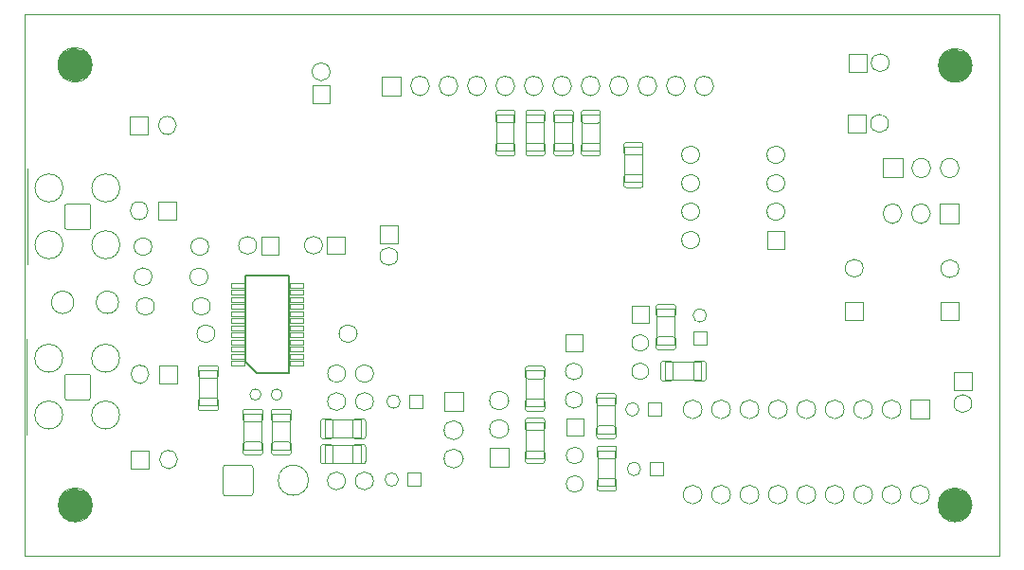
<source format=gbr>
%TF.GenerationSoftware,KiCad,Pcbnew,7.0.6*%
%TF.CreationDate,2023-09-03T13:44:34+00:00*%
%TF.ProjectId,SI4735,53493437-3335-42e6-9b69-6361645f7063,rev?*%
%TF.SameCoordinates,Original*%
%TF.FileFunction,AssemblyDrawing,Bot*%
%FSLAX45Y45*%
G04 Gerber Fmt 4.5, Leading zero omitted, Abs format (unit mm)*
G04 Created by KiCad (PCBNEW 7.0.6) date 2023-09-03 13:44:34*
%MOMM*%
%LPD*%
G01*
G04 APERTURE LIST*
%ADD10C,0.100000*%
%ADD11C,0.150000*%
%ADD12C,0.100000*%
%TD*%
%TA.AperFunction,Profile*%
%ADD13C,0.050000*%
%TD*%
%TA.AperFunction,Profile*%
%ADD14C,1.535132*%
%TD*%
%TA.AperFunction,Profile*%
%ADD15C,1.516643*%
%TD*%
%TA.AperFunction,Profile*%
%ADD16C,0.100000*%
%TD*%
G04 APERTURE END LIST*
D10*
%TO.C,C23*%
X14865000Y-11072500D02*
X14705000Y-11072500D01*
X14705000Y-11072500D02*
X14705000Y-11392500D01*
X14865000Y-11392500D02*
X14865000Y-11072500D01*
X14705000Y-11392500D02*
X14865000Y-11392500D01*
%TO.C,C24*%
X14611000Y-11072500D02*
X14451000Y-11072500D01*
X14451000Y-11072500D02*
X14451000Y-11392500D01*
X14611000Y-11392500D02*
X14611000Y-11072500D01*
X14451000Y-11392500D02*
X14611000Y-11392500D01*
%TO.C,R19*%
X15497750Y-11284500D02*
X15497750Y-11124500D01*
X15497750Y-11124500D02*
X15177750Y-11124500D01*
X15177750Y-11284500D02*
X15497750Y-11284500D01*
X15177750Y-11124500D02*
X15177750Y-11284500D01*
%TO.C,R21*%
X15497750Y-11509500D02*
X15497750Y-11349500D01*
X15497750Y-11349500D02*
X15177750Y-11349500D01*
X15177750Y-11509500D02*
X15497750Y-11509500D01*
X15177750Y-11349500D02*
X15177750Y-11509500D01*
D11*
%TO.C,U6*%
X14469000Y-9839000D02*
X14469000Y-10609000D01*
X14469000Y-10609000D02*
X14569000Y-10709000D01*
X14569000Y-10709000D02*
X14859000Y-10709000D01*
X14859000Y-9839000D02*
X14469000Y-9839000D01*
X14859000Y-10709000D02*
X14859000Y-9839000D01*
D10*
%TO.C,R10*%
X17229000Y-8719000D02*
X17389000Y-8719000D01*
X17389000Y-8719000D02*
X17389000Y-8399000D01*
X17229000Y-8399000D02*
X17229000Y-8719000D01*
X17389000Y-8399000D02*
X17229000Y-8399000D01*
%TO.C,R17*%
X14214000Y-10680750D02*
X14054000Y-10680750D01*
X14054000Y-10680750D02*
X14054000Y-11000750D01*
X14214000Y-11000750D02*
X14214000Y-10680750D01*
X14054000Y-11000750D02*
X14214000Y-11000750D01*
%TO.C,R15*%
X18219500Y-10608750D02*
X18219500Y-10768750D01*
X18219500Y-10768750D02*
X18539500Y-10768750D01*
X18539500Y-10608750D02*
X18219500Y-10608750D01*
X18539500Y-10768750D02*
X18539500Y-10608750D01*
%TO.C,R22*%
X17615000Y-11719750D02*
X17775000Y-11719750D01*
X17775000Y-11719750D02*
X17775000Y-11399750D01*
X17615000Y-11399750D02*
X17615000Y-11719750D01*
X17775000Y-11399750D02*
X17615000Y-11399750D01*
%TO.C,R13*%
X18013000Y-8683250D02*
X17853000Y-8683250D01*
X17853000Y-8683250D02*
X17853000Y-9003250D01*
X18013000Y-9003250D02*
X18013000Y-8683250D01*
X17853000Y-9003250D02*
X18013000Y-9003250D01*
%TO.C,R18*%
X17773000Y-10929000D02*
X17613000Y-10929000D01*
X17613000Y-10929000D02*
X17613000Y-11249000D01*
X17773000Y-11249000D02*
X17773000Y-10929000D01*
X17613000Y-11249000D02*
X17773000Y-11249000D01*
%TO.C,R12*%
X16709000Y-8719000D02*
X16869000Y-8719000D01*
X16869000Y-8719000D02*
X16869000Y-8399000D01*
X16709000Y-8399000D02*
X16709000Y-8719000D01*
X16869000Y-8399000D02*
X16709000Y-8399000D01*
%TO.C,R20*%
X17133000Y-11150500D02*
X16973000Y-11150500D01*
X16973000Y-11150500D02*
X16973000Y-11470500D01*
X17133000Y-11470500D02*
X17133000Y-11150500D01*
X16973000Y-11470500D02*
X17133000Y-11470500D01*
%TO.C,R11*%
X16979000Y-8717750D02*
X17139000Y-8717750D01*
X17139000Y-8717750D02*
X17139000Y-8397750D01*
X16979000Y-8397750D02*
X16979000Y-8717750D01*
X17139000Y-8397750D02*
X16979000Y-8397750D01*
%TO.C,R14*%
X18304000Y-10133000D02*
X18144000Y-10133000D01*
X18144000Y-10133000D02*
X18144000Y-10453000D01*
X18304000Y-10453000D02*
X18304000Y-10133000D01*
X18144000Y-10453000D02*
X18304000Y-10453000D01*
%TO.C,R9*%
X17471500Y-8720250D02*
X17631500Y-8720250D01*
X17631500Y-8720250D02*
X17631500Y-8400250D01*
X17471500Y-8400250D02*
X17471500Y-8720250D01*
X17631500Y-8400250D02*
X17471500Y-8400250D01*
%TO.C,R16*%
X16974000Y-11006500D02*
X17134000Y-11006500D01*
X17134000Y-11006500D02*
X17134000Y-10686500D01*
X16974000Y-10686500D02*
X16974000Y-11006500D01*
X17134000Y-10686500D02*
X16974000Y-10686500D01*
%TD*%
%TO.C,C8*%
X15198000Y-9486000D02*
X15198000Y-9646000D01*
X15358000Y-9646000D01*
X15358000Y-9486000D01*
X15198000Y-9486000D01*
X15158000Y-9566000D02*
G75*
G03*
X15158000Y-9566000I-80000J0D01*
G01*
%TD*%
%TO.C,C15*%
X15614000Y-10714000D02*
G75*
G03*
X15614000Y-10714000I-80000J0D01*
G01*
X15364000Y-10714000D02*
G75*
G03*
X15364000Y-10714000I-80000J0D01*
G01*
%TD*%
%TO.C,C10*%
X13634000Y-9848000D02*
G75*
G03*
X13634000Y-9848000I-80000J0D01*
G01*
X14134000Y-9848000D02*
G75*
G03*
X14134000Y-9848000I-80000J0D01*
G01*
%TD*%
%TO.C,C13*%
X13655000Y-10112500D02*
G75*
G03*
X13655000Y-10112500I-80000J0D01*
G01*
X14155000Y-10112500D02*
G75*
G03*
X14155000Y-10112500I-80000J0D01*
G01*
%TD*%
%TO.C,C7*%
X14609000Y-9488000D02*
X14609000Y-9648000D01*
X14769000Y-9648000D01*
X14769000Y-9488000D01*
X14609000Y-9488000D01*
X14569000Y-9568000D02*
G75*
G03*
X14569000Y-9568000I-80000J0D01*
G01*
%TD*%
%TO.C,C18*%
X15933000Y-10904000D02*
X15933000Y-11024000D01*
X16053000Y-11024000D01*
X16053000Y-10904000D01*
X15933000Y-10904000D01*
X15853000Y-10964000D02*
G75*
G03*
X15853000Y-10964000I-60000J0D01*
G01*
%TD*%
%TO.C,C22*%
X15916260Y-11601000D02*
X15916260Y-11721000D01*
X16036260Y-11721000D01*
X16036260Y-11601000D01*
X15916260Y-11601000D01*
X15836260Y-11661000D02*
G75*
G03*
X15836260Y-11661000I-60000J0D01*
G01*
%TD*%
%TO.C,C17*%
X15364000Y-10964000D02*
G75*
G03*
X15364000Y-10964000I-80000J0D01*
G01*
X15614000Y-10964000D02*
G75*
G03*
X15614000Y-10964000I-80000J0D01*
G01*
%TD*%
D12*
%TO.C,J3*%
D10*
X12873008Y-9423002D02*
X12865350Y-9421479D01*
X12858859Y-9417141D01*
X12854521Y-9410650D01*
X12852998Y-9402992D01*
X12852998Y-9213012D01*
X12854521Y-9205355D01*
X12858859Y-9198863D01*
X12865350Y-9194525D01*
X12873008Y-9193002D01*
X13062988Y-9193002D01*
X13070645Y-9194525D01*
X13077137Y-9198863D01*
X13081475Y-9205355D01*
X13082998Y-9213012D01*
X13082998Y-9402992D01*
X13081475Y-9410650D01*
X13077137Y-9417141D01*
X13070645Y-9421479D01*
X13062988Y-9423002D01*
X12873008Y-9423002D01*
X12838998Y-9562002D02*
G75*
G03*
X12838998Y-9562002I-125000J0D01*
G01*
X13346998Y-9562002D02*
G75*
G03*
X13346998Y-9562002I-125000J0D01*
G01*
X12838998Y-9054002D02*
G75*
G03*
X12838998Y-9054002I-125000J0D01*
G01*
X13346998Y-9054002D02*
G75*
G03*
X13346998Y-9054002I-125000J0D01*
G01*
%TD*%
%TO.C,Y1*%
X14609000Y-10901500D02*
G75*
G03*
X14609000Y-10901500I-50000J0D01*
G01*
X14799000Y-10901500D02*
G75*
G03*
X14799000Y-10901500I-50000J0D01*
G01*
%TD*%
%TO.C,C11*%
X19831000Y-10072000D02*
X19831000Y-10232000D01*
X19991000Y-10232000D01*
X19991000Y-10072000D01*
X19831000Y-10072000D01*
X19991000Y-9772000D02*
G75*
G03*
X19991000Y-9772000I-80000J0D01*
G01*
%TD*%
%TO.C,R7*%
X14196000Y-10357000D02*
G75*
G03*
X14196000Y-10357000I-80000J0D01*
G01*
X15306000Y-10357000D02*
X15306000Y-10357000D01*
X15306000Y-10357000D02*
G75*
G03*
X15466000Y-10357000I80000J0D01*
G01*
X15466000Y-10357000D02*
X15466000Y-10357000D01*
X15466000Y-10357000D02*
G75*
G03*
X15306000Y-10357000I-80000J0D01*
G01*
%TD*%
%TO.C,C19*%
X18067875Y-10974000D02*
X18067875Y-11094000D01*
X18187875Y-11094000D01*
X18187875Y-10974000D01*
X18067875Y-10974000D01*
X17987875Y-11034000D02*
G75*
G03*
X17987875Y-11034000I-60000J0D01*
G01*
%TD*%
%TO.C,D2*%
X13691500Y-9176500D02*
X13691500Y-9336500D01*
X13851500Y-9336500D01*
X13851500Y-9176500D01*
X13691500Y-9176500D01*
X13771500Y-8574500D02*
X13771500Y-8574500D01*
X13771500Y-8574500D02*
G75*
G03*
X13771500Y-8414500I0J80000D01*
G01*
X13771500Y-8414500D02*
X13771500Y-8414500D01*
X13771500Y-8414500D02*
G75*
G03*
X13771500Y-8574500I0J-80000D01*
G01*
%TD*%
%TO.C,J1*%
X15691000Y-8056000D02*
X15691000Y-8226000D01*
X15861000Y-8226000D01*
X15861000Y-8056000D01*
X15691000Y-8056000D01*
X16030000Y-8226000D02*
X16030000Y-8226000D01*
X16030000Y-8226000D02*
G75*
G03*
X16030000Y-8056000I0J85000D01*
G01*
X16030000Y-8056000D02*
X16030000Y-8056000D01*
X16030000Y-8056000D02*
G75*
G03*
X16030000Y-8226000I0J-85000D01*
G01*
X16284000Y-8226000D02*
X16284000Y-8226000D01*
X16284000Y-8226000D02*
G75*
G03*
X16284000Y-8056000I0J85000D01*
G01*
X16284000Y-8056000D02*
X16284000Y-8056000D01*
X16284000Y-8056000D02*
G75*
G03*
X16284000Y-8226000I0J-85000D01*
G01*
X16538000Y-8226000D02*
X16538000Y-8226000D01*
X16538000Y-8226000D02*
G75*
G03*
X16538000Y-8056000I0J85000D01*
G01*
X16538000Y-8056000D02*
X16538000Y-8056000D01*
X16538000Y-8056000D02*
G75*
G03*
X16538000Y-8226000I0J-85000D01*
G01*
X16792000Y-8226000D02*
X16792000Y-8226000D01*
X16792000Y-8226000D02*
G75*
G03*
X16792000Y-8056000I0J85000D01*
G01*
X16792000Y-8056000D02*
X16792000Y-8056000D01*
X16792000Y-8056000D02*
G75*
G03*
X16792000Y-8226000I0J-85000D01*
G01*
X17046000Y-8226000D02*
X17046000Y-8226000D01*
X17046000Y-8226000D02*
G75*
G03*
X17046000Y-8056000I0J85000D01*
G01*
X17046000Y-8056000D02*
X17046000Y-8056000D01*
X17046000Y-8056000D02*
G75*
G03*
X17046000Y-8226000I0J-85000D01*
G01*
X17300000Y-8226000D02*
X17300000Y-8226000D01*
X17300000Y-8226000D02*
G75*
G03*
X17300000Y-8056000I0J85000D01*
G01*
X17300000Y-8056000D02*
X17300000Y-8056000D01*
X17300000Y-8056000D02*
G75*
G03*
X17300000Y-8226000I0J-85000D01*
G01*
X17554000Y-8226000D02*
X17554000Y-8226000D01*
X17554000Y-8226000D02*
G75*
G03*
X17554000Y-8056000I0J85000D01*
G01*
X17554000Y-8056000D02*
X17554000Y-8056000D01*
X17554000Y-8056000D02*
G75*
G03*
X17554000Y-8226000I0J-85000D01*
G01*
X17808000Y-8226000D02*
X17808000Y-8226000D01*
X17808000Y-8226000D02*
G75*
G03*
X17808000Y-8056000I0J85000D01*
G01*
X17808000Y-8056000D02*
X17808000Y-8056000D01*
X17808000Y-8056000D02*
G75*
G03*
X17808000Y-8226000I0J-85000D01*
G01*
X18062000Y-8226000D02*
X18062000Y-8226000D01*
X18062000Y-8226000D02*
G75*
G03*
X18062000Y-8056000I0J85000D01*
G01*
X18062000Y-8056000D02*
X18062000Y-8056000D01*
X18062000Y-8056000D02*
G75*
G03*
X18062000Y-8226000I0J-85000D01*
G01*
X18316000Y-8226000D02*
X18316000Y-8226000D01*
X18316000Y-8226000D02*
G75*
G03*
X18316000Y-8056000I0J85000D01*
G01*
X18316000Y-8056000D02*
X18316000Y-8056000D01*
X18316000Y-8056000D02*
G75*
G03*
X18316000Y-8226000I0J-85000D01*
G01*
X18570000Y-8226000D02*
X18570000Y-8226000D01*
X18570000Y-8226000D02*
G75*
G03*
X18570000Y-8056000I0J85000D01*
G01*
X18570000Y-8056000D02*
X18570000Y-8056000D01*
X18570000Y-8056000D02*
G75*
G03*
X18570000Y-8226000I0J-85000D01*
G01*
%TD*%
%TO.C,Q2*%
X17330000Y-10365750D02*
X17330000Y-10515750D01*
X17480000Y-10515750D01*
X17480000Y-10365750D01*
X17330000Y-10365750D01*
X17480000Y-10694750D02*
G75*
G03*
X17480000Y-10694750I-75000J0D01*
G01*
X17480000Y-10948750D02*
G75*
G03*
X17480000Y-10948750I-75000J0D01*
G01*
%TD*%
%TO.C,C21*%
X15363000Y-11674000D02*
G75*
G03*
X15363000Y-11674000I-80000J0D01*
G01*
X15613000Y-11674000D02*
G75*
G03*
X15613000Y-11674000I-80000J0D01*
G01*
%TD*%
%TO.C,C2*%
X15066000Y-8135000D02*
X15066000Y-8295000D01*
X15226000Y-8295000D01*
X15226000Y-8135000D01*
X15066000Y-8135000D01*
X15226000Y-8015000D02*
G75*
G03*
X15226000Y-8015000I-80000J0D01*
G01*
%TD*%
%TO.C,C3*%
X19857000Y-8397000D02*
X19857000Y-8557000D01*
X20017000Y-8557000D01*
X20017000Y-8397000D01*
X19857000Y-8397000D01*
X20217000Y-8477000D02*
G75*
G03*
X20217000Y-8477000I-80000J0D01*
G01*
%TD*%
%TO.C,L1*%
X13634000Y-9579000D02*
G75*
G03*
X13634000Y-9579000I-80000J0D01*
G01*
X13982000Y-9579000D02*
X13982000Y-9579000D01*
X13982000Y-9579000D02*
G75*
G03*
X14142000Y-9579000I80000J0D01*
G01*
X14142000Y-9579000D02*
X14142000Y-9579000D01*
X14142000Y-9579000D02*
G75*
G03*
X13982000Y-9579000I-80000J0D01*
G01*
%TD*%
%TO.C,Q3*%
X17338000Y-11117750D02*
X17338000Y-11267750D01*
X17488000Y-11267750D01*
X17488000Y-11117750D01*
X17338000Y-11117750D01*
X17488000Y-11446750D02*
G75*
G03*
X17488000Y-11446750I-75000J0D01*
G01*
X17488000Y-11700750D02*
G75*
G03*
X17488000Y-11700750I-75000J0D01*
G01*
%TD*%
%TO.C,D4*%
X13446998Y-11401002D02*
X13446998Y-11561002D01*
X13606998Y-11561002D01*
X13606998Y-11401002D01*
X13446998Y-11401002D01*
X13526998Y-10799002D02*
X13526998Y-10799002D01*
X13526998Y-10799002D02*
G75*
G03*
X13526998Y-10639002I0J80000D01*
G01*
X13526998Y-10639002D02*
X13526998Y-10639002D01*
X13526998Y-10639002D02*
G75*
G03*
X13526998Y-10799002I0J-80000D01*
G01*
%TD*%
D12*
%TO.C,J8*%
D10*
X14262660Y-11557340D02*
X14264563Y-11547773D01*
X14269982Y-11539662D01*
X14278093Y-11534243D01*
X14287660Y-11532340D01*
X14507660Y-11532340D01*
X14517227Y-11534243D01*
X14525338Y-11539662D01*
X14530757Y-11547773D01*
X14532660Y-11557340D01*
X14532660Y-11777340D01*
X14530757Y-11786907D01*
X14525338Y-11795018D01*
X14517227Y-11800437D01*
X14507660Y-11802340D01*
X14287660Y-11802340D01*
X14278093Y-11800437D01*
X14269982Y-11795018D01*
X14264563Y-11786907D01*
X14262660Y-11777340D01*
X14262660Y-11557340D01*
X15032660Y-11667340D02*
G75*
G03*
X15032660Y-11667340I-135000J0D01*
G01*
%TD*%
%TO.C,C1*%
X19863000Y-7854000D02*
X19863000Y-8014000D01*
X20023000Y-8014000D01*
X20023000Y-7854000D01*
X19863000Y-7854000D01*
X20223000Y-7934000D02*
G75*
G03*
X20223000Y-7934000I-80000J0D01*
G01*
%TD*%
%TO.C,J6*%
X16244000Y-10881500D02*
X16244000Y-11051500D01*
X16414000Y-11051500D01*
X16414000Y-10881500D01*
X16244000Y-10881500D01*
X16244000Y-11220500D02*
X16244000Y-11220500D01*
X16244000Y-11220500D02*
G75*
G03*
X16414000Y-11220500I85000J0D01*
G01*
X16414000Y-11220500D02*
X16414000Y-11220500D01*
X16414000Y-11220500D02*
G75*
G03*
X16244000Y-11220500I-85000J0D01*
G01*
X16244000Y-11474500D02*
X16244000Y-11474500D01*
X16244000Y-11474500D02*
G75*
G03*
X16414000Y-11474500I85000J0D01*
G01*
X16414000Y-11474500D02*
X16414000Y-11474500D01*
X16414000Y-11474500D02*
G75*
G03*
X16244000Y-11474500I-85000J0D01*
G01*
%TD*%
%TO.C,C5*%
X15671000Y-9386000D02*
X15671000Y-9546000D01*
X15831000Y-9546000D01*
X15831000Y-9386000D01*
X15671000Y-9386000D01*
X15831000Y-9666000D02*
G75*
G03*
X15831000Y-9666000I-80000J0D01*
G01*
%TD*%
%TO.C,J2*%
X20171000Y-8790470D02*
X20171000Y-8960470D01*
X20341000Y-8960470D01*
X20341000Y-8790470D01*
X20171000Y-8790470D01*
X20510000Y-8960470D02*
X20510000Y-8960470D01*
X20510000Y-8960470D02*
G75*
G03*
X20510000Y-8790470I0J85000D01*
G01*
X20510000Y-8790470D02*
X20510000Y-8790470D01*
X20510000Y-8790470D02*
G75*
G03*
X20510000Y-8960470I0J-85000D01*
G01*
X20764000Y-8960470D02*
X20764000Y-8960470D01*
X20764000Y-8960470D02*
G75*
G03*
X20764000Y-8790470I0J85000D01*
G01*
X20764000Y-8790470D02*
X20764000Y-8790470D01*
X20764000Y-8790470D02*
G75*
G03*
X20764000Y-8960470I0J-85000D01*
G01*
%TD*%
%TO.C,C16*%
X20802000Y-10702489D02*
X20802000Y-10862489D01*
X20962000Y-10862489D01*
X20962000Y-10702489D01*
X20802000Y-10702489D01*
X20962000Y-10982489D02*
G75*
G03*
X20962000Y-10982489I-80000J0D01*
G01*
%TD*%
%TO.C,D1*%
X13439000Y-8414500D02*
X13439000Y-8574500D01*
X13599000Y-8574500D01*
X13599000Y-8414500D01*
X13439000Y-8414500D01*
X13519000Y-9176500D02*
X13519000Y-9176500D01*
X13519000Y-9176500D02*
G75*
G03*
X13519000Y-9336500I0J-80000D01*
G01*
X13519000Y-9336500D02*
X13519000Y-9336500D01*
X13519000Y-9336500D02*
G75*
G03*
X13519000Y-9176500I0J80000D01*
G01*
%TD*%
%TO.C,L2*%
X13336000Y-10077000D02*
G75*
G03*
X13336000Y-10077000I-100000J0D01*
G01*
X12936000Y-10077000D02*
G75*
G03*
X12936000Y-10077000I-100000J0D01*
G01*
%TD*%
%TO.C,U5*%
X20415055Y-10950180D02*
X20415055Y-11117820D01*
X20582695Y-11117820D01*
X20582695Y-10950180D01*
X20415055Y-10950180D01*
X20328695Y-11034000D02*
G75*
G03*
X20328695Y-11034000I-83820J0D01*
G01*
X20074695Y-11034000D02*
G75*
G03*
X20074695Y-11034000I-83820J0D01*
G01*
X19820695Y-11034000D02*
G75*
G03*
X19820695Y-11034000I-83820J0D01*
G01*
X19566695Y-11034000D02*
G75*
G03*
X19566695Y-11034000I-83820J0D01*
G01*
X19312695Y-11034000D02*
G75*
G03*
X19312695Y-11034000I-83820J0D01*
G01*
X19058695Y-11034000D02*
G75*
G03*
X19058695Y-11034000I-83820J0D01*
G01*
X18804695Y-11034000D02*
G75*
G03*
X18804695Y-11034000I-83820J0D01*
G01*
X18550695Y-11034000D02*
G75*
G03*
X18550695Y-11034000I-83820J0D01*
G01*
X18550695Y-11796000D02*
G75*
G03*
X18550695Y-11796000I-83820J0D01*
G01*
X18804695Y-11796000D02*
G75*
G03*
X18804695Y-11796000I-83820J0D01*
G01*
X19058695Y-11796000D02*
G75*
G03*
X19058695Y-11796000I-83820J0D01*
G01*
X19312695Y-11796000D02*
G75*
G03*
X19312695Y-11796000I-83820J0D01*
G01*
X19566695Y-11796000D02*
G75*
G03*
X19566695Y-11796000I-83820J0D01*
G01*
X19820695Y-11796000D02*
G75*
G03*
X19820695Y-11796000I-83820J0D01*
G01*
X20074695Y-11796000D02*
G75*
G03*
X20074695Y-11796000I-83820J0D01*
G01*
X20328695Y-11796000D02*
G75*
G03*
X20328695Y-11796000I-83820J0D01*
G01*
X20582695Y-11796000D02*
G75*
G03*
X20582695Y-11796000I-83820J0D01*
G01*
%TD*%
%TO.C,C12*%
X20686000Y-10076000D02*
X20686000Y-10236000D01*
X20846000Y-10236000D01*
X20846000Y-10076000D01*
X20686000Y-10076000D01*
X20846000Y-9776000D02*
G75*
G03*
X20846000Y-9776000I-80000J0D01*
G01*
%TD*%
%TO.C,J7*%
X16651000Y-11378000D02*
X16651000Y-11548000D01*
X16821000Y-11548000D01*
X16821000Y-11378000D01*
X16651000Y-11378000D01*
X16821000Y-11209000D02*
X16821000Y-11209000D01*
X16821000Y-11209000D02*
G75*
G03*
X16651000Y-11209000I-85000J0D01*
G01*
X16651000Y-11209000D02*
X16651000Y-11209000D01*
X16651000Y-11209000D02*
G75*
G03*
X16821000Y-11209000I85000J0D01*
G01*
X16821000Y-10955000D02*
X16821000Y-10955000D01*
X16821000Y-10955000D02*
G75*
G03*
X16651000Y-10955000I-85000J0D01*
G01*
X16651000Y-10955000D02*
X16651000Y-10955000D01*
X16651000Y-10955000D02*
G75*
G03*
X16821000Y-10955000I85000J0D01*
G01*
%TD*%
%TO.C,J4*%
X20675500Y-9197970D02*
X20675500Y-9367970D01*
X20845500Y-9367970D01*
X20845500Y-9197970D01*
X20675500Y-9197970D01*
X20506500Y-9197970D02*
X20506500Y-9197970D01*
X20506500Y-9197970D02*
G75*
G03*
X20506500Y-9367970I0J-85000D01*
G01*
X20506500Y-9367970D02*
X20506500Y-9367970D01*
X20506500Y-9367970D02*
G75*
G03*
X20506500Y-9197970I0J85000D01*
G01*
X20252500Y-9197970D02*
X20252500Y-9197970D01*
X20252500Y-9197970D02*
G75*
G03*
X20252500Y-9367970I0J-85000D01*
G01*
X20252500Y-9367970D02*
X20252500Y-9367970D01*
X20252500Y-9367970D02*
G75*
G03*
X20252500Y-9197970I0J85000D01*
G01*
%TD*%
%TO.C,C14*%
X18471000Y-10333750D02*
X18471000Y-10453750D01*
X18591000Y-10453750D01*
X18591000Y-10333750D01*
X18471000Y-10333750D01*
X18591000Y-10193750D02*
G75*
G03*
X18591000Y-10193750I-60000J0D01*
G01*
%TD*%
%TO.C,U4*%
X19130500Y-9440000D02*
X19130500Y-9600000D01*
X19290500Y-9600000D01*
X19290500Y-9440000D01*
X19130500Y-9440000D01*
X19290500Y-9266000D02*
X19290500Y-9266000D01*
X19290500Y-9266000D02*
G75*
G03*
X19130500Y-9266000I-80000J0D01*
G01*
X19130500Y-9266000D02*
X19130500Y-9266000D01*
X19130500Y-9266000D02*
G75*
G03*
X19290500Y-9266000I80000J0D01*
G01*
X19290500Y-9012000D02*
X19290500Y-9012000D01*
X19290500Y-9012000D02*
G75*
G03*
X19130500Y-9012000I-80000J0D01*
G01*
X19130500Y-9012000D02*
X19130500Y-9012000D01*
X19130500Y-9012000D02*
G75*
G03*
X19290500Y-9012000I80000J0D01*
G01*
X19290500Y-8758000D02*
X19290500Y-8758000D01*
X19290500Y-8758000D02*
G75*
G03*
X19130500Y-8758000I-80000J0D01*
G01*
X19130500Y-8758000D02*
X19130500Y-8758000D01*
X19130500Y-8758000D02*
G75*
G03*
X19290500Y-8758000I80000J0D01*
G01*
X18528500Y-8758000D02*
X18528500Y-8758000D01*
X18528500Y-8758000D02*
G75*
G03*
X18368500Y-8758000I-80000J0D01*
G01*
X18368500Y-8758000D02*
X18368500Y-8758000D01*
X18368500Y-8758000D02*
G75*
G03*
X18528500Y-8758000I80000J0D01*
G01*
X18528500Y-9012000D02*
X18528500Y-9012000D01*
X18528500Y-9012000D02*
G75*
G03*
X18368500Y-9012000I-80000J0D01*
G01*
X18368500Y-9012000D02*
X18368500Y-9012000D01*
X18368500Y-9012000D02*
G75*
G03*
X18528500Y-9012000I80000J0D01*
G01*
X18528500Y-9266000D02*
X18528500Y-9266000D01*
X18528500Y-9266000D02*
G75*
G03*
X18368500Y-9266000I-80000J0D01*
G01*
X18368500Y-9266000D02*
X18368500Y-9266000D01*
X18368500Y-9266000D02*
G75*
G03*
X18528500Y-9266000I80000J0D01*
G01*
X18528500Y-9520000D02*
X18528500Y-9520000D01*
X18528500Y-9520000D02*
G75*
G03*
X18368500Y-9520000I-80000J0D01*
G01*
X18368500Y-9520000D02*
X18368500Y-9520000D01*
X18368500Y-9520000D02*
G75*
G03*
X18528500Y-9520000I80000J0D01*
G01*
%TD*%
D12*
%TO.C,J5*%
D10*
X12870510Y-10945500D02*
X12862852Y-10943977D01*
X12856361Y-10939639D01*
X12852023Y-10933148D01*
X12850500Y-10925490D01*
X12850500Y-10735510D01*
X12852023Y-10727853D01*
X12856361Y-10721361D01*
X12862852Y-10717023D01*
X12870510Y-10715500D01*
X13060490Y-10715500D01*
X13068147Y-10717023D01*
X13074639Y-10721361D01*
X13078977Y-10727853D01*
X13080500Y-10735510D01*
X13080500Y-10925490D01*
X13078977Y-10933148D01*
X13074639Y-10939639D01*
X13068147Y-10943977D01*
X13060490Y-10945500D01*
X12870510Y-10945500D01*
X12836500Y-11084500D02*
G75*
G03*
X12836500Y-11084500I-125000J0D01*
G01*
X13344500Y-11084500D02*
G75*
G03*
X13344500Y-11084500I-125000J0D01*
G01*
X12836500Y-10576500D02*
G75*
G03*
X12836500Y-10576500I-125000J0D01*
G01*
X13344500Y-10576500D02*
G75*
G03*
X13344500Y-10576500I-125000J0D01*
G01*
%TD*%
%TO.C,Q1*%
X17923000Y-10110750D02*
X17923000Y-10260750D01*
X18073000Y-10260750D01*
X18073000Y-10110750D01*
X17923000Y-10110750D01*
X18073000Y-10439750D02*
G75*
G03*
X18073000Y-10439750I-75000J0D01*
G01*
X18073000Y-10693750D02*
G75*
G03*
X18073000Y-10693750I-75000J0D01*
G01*
%TD*%
%TO.C,C20*%
X18081875Y-11506000D02*
X18081875Y-11626000D01*
X18201875Y-11626000D01*
X18201875Y-11506000D01*
X18081875Y-11506000D01*
X18001875Y-11566000D02*
G75*
G03*
X18001875Y-11566000I-60000J0D01*
G01*
%TD*%
%TO.C,D3*%
X13701998Y-10639002D02*
X13701998Y-10799002D01*
X13861998Y-10799002D01*
X13861998Y-10639002D01*
X13701998Y-10639002D01*
X13781998Y-11401002D02*
X13781998Y-11401002D01*
X13781998Y-11401002D02*
G75*
G03*
X13781998Y-11561002I0J-80000D01*
G01*
X13781998Y-11561002D02*
X13781998Y-11561002D01*
X13781998Y-11561002D02*
G75*
G03*
X13781998Y-11401002I0J80000D01*
G01*
%TD*%
D12*
%TO.C,C23*%
D10*
X14850000Y-11027500D02*
X14859567Y-11029403D01*
X14867678Y-11034822D01*
X14873097Y-11042933D01*
X14875000Y-11052500D01*
X14875000Y-11117500D01*
X14873097Y-11127067D01*
X14867678Y-11135178D01*
X14859567Y-11140597D01*
X14850000Y-11142500D01*
X14720000Y-11142500D01*
X14710433Y-11140597D01*
X14702322Y-11135178D01*
X14696903Y-11127067D01*
X14695000Y-11117500D01*
X14695000Y-11052500D01*
X14696903Y-11042933D01*
X14702322Y-11034822D01*
X14710433Y-11029403D01*
X14720000Y-11027500D01*
X14850000Y-11027500D01*
D12*
D10*
X14850000Y-11322500D02*
X14859567Y-11324403D01*
X14867678Y-11329822D01*
X14873097Y-11337933D01*
X14875000Y-11347500D01*
X14875000Y-11412500D01*
X14873097Y-11422067D01*
X14867678Y-11430178D01*
X14859567Y-11435597D01*
X14850000Y-11437500D01*
X14720000Y-11437500D01*
X14710433Y-11435597D01*
X14702322Y-11430178D01*
X14696903Y-11422067D01*
X14695000Y-11412500D01*
X14695000Y-11347500D01*
X14696903Y-11337933D01*
X14702322Y-11329822D01*
X14710433Y-11324403D01*
X14720000Y-11322500D01*
X14850000Y-11322500D01*
%TD*%
D12*
%TO.C,C24*%
D10*
X14596000Y-11027500D02*
X14605567Y-11029403D01*
X14613678Y-11034822D01*
X14619097Y-11042933D01*
X14621000Y-11052500D01*
X14621000Y-11117500D01*
X14619097Y-11127067D01*
X14613678Y-11135178D01*
X14605567Y-11140597D01*
X14596000Y-11142500D01*
X14466000Y-11142500D01*
X14456433Y-11140597D01*
X14448322Y-11135178D01*
X14442903Y-11127067D01*
X14441000Y-11117500D01*
X14441000Y-11052500D01*
X14442903Y-11042933D01*
X14448322Y-11034822D01*
X14456433Y-11029403D01*
X14466000Y-11027500D01*
X14596000Y-11027500D01*
D12*
D10*
X14596000Y-11322500D02*
X14605567Y-11324403D01*
X14613678Y-11329822D01*
X14619097Y-11337933D01*
X14621000Y-11347500D01*
X14621000Y-11412500D01*
X14619097Y-11422067D01*
X14613678Y-11430178D01*
X14605567Y-11435597D01*
X14596000Y-11437500D01*
X14466000Y-11437500D01*
X14456433Y-11435597D01*
X14448322Y-11430178D01*
X14442903Y-11422067D01*
X14441000Y-11412500D01*
X14441000Y-11347500D01*
X14442903Y-11337933D01*
X14448322Y-11329822D01*
X14456433Y-11324403D01*
X14466000Y-11322500D01*
X14596000Y-11322500D01*
%TD*%
D12*
%TO.C,R19*%
D10*
X15540250Y-11267000D02*
X15538347Y-11276567D01*
X15532928Y-11284678D01*
X15524817Y-11290097D01*
X15515250Y-11292000D01*
X15452750Y-11292000D01*
X15443183Y-11290097D01*
X15435072Y-11284678D01*
X15429653Y-11276567D01*
X15427750Y-11267000D01*
X15427750Y-11142000D01*
X15429653Y-11132433D01*
X15435072Y-11124322D01*
X15443183Y-11118903D01*
X15452750Y-11117000D01*
X15515250Y-11117000D01*
X15524817Y-11118903D01*
X15532928Y-11124322D01*
X15538347Y-11132433D01*
X15540250Y-11142000D01*
X15540250Y-11267000D01*
D12*
D10*
X15247750Y-11267000D02*
X15245847Y-11276567D01*
X15240428Y-11284678D01*
X15232317Y-11290097D01*
X15222750Y-11292000D01*
X15160250Y-11292000D01*
X15150683Y-11290097D01*
X15142572Y-11284678D01*
X15137153Y-11276567D01*
X15135250Y-11267000D01*
X15135250Y-11142000D01*
X15137153Y-11132433D01*
X15142572Y-11124322D01*
X15150683Y-11118903D01*
X15160250Y-11117000D01*
X15222750Y-11117000D01*
X15232317Y-11118903D01*
X15240428Y-11124322D01*
X15245847Y-11132433D01*
X15247750Y-11142000D01*
X15247750Y-11267000D01*
%TD*%
D12*
%TO.C,R21*%
D10*
X15540250Y-11492000D02*
X15538347Y-11501567D01*
X15532928Y-11509678D01*
X15524817Y-11515097D01*
X15515250Y-11517000D01*
X15452750Y-11517000D01*
X15443183Y-11515097D01*
X15435072Y-11509678D01*
X15429653Y-11501567D01*
X15427750Y-11492000D01*
X15427750Y-11367000D01*
X15429653Y-11357433D01*
X15435072Y-11349322D01*
X15443183Y-11343903D01*
X15452750Y-11342000D01*
X15515250Y-11342000D01*
X15524817Y-11343903D01*
X15532928Y-11349322D01*
X15538347Y-11357433D01*
X15540250Y-11367000D01*
X15540250Y-11492000D01*
D12*
D10*
X15247750Y-11492000D02*
X15245847Y-11501567D01*
X15240428Y-11509678D01*
X15232317Y-11515097D01*
X15222750Y-11517000D01*
X15160250Y-11517000D01*
X15150683Y-11515097D01*
X15142572Y-11509678D01*
X15137153Y-11501567D01*
X15135250Y-11492000D01*
X15135250Y-11367000D01*
X15137153Y-11357433D01*
X15142572Y-11349322D01*
X15150683Y-11343903D01*
X15160250Y-11342000D01*
X15222750Y-11342000D01*
X15232317Y-11343903D01*
X15240428Y-11349322D01*
X15245847Y-11357433D01*
X15247750Y-11367000D01*
X15247750Y-11492000D01*
%TD*%
%TO.C,U6*%
X14344000Y-10603250D02*
X14344000Y-10643250D01*
X14464000Y-10643250D01*
X14464000Y-10603250D01*
X14344000Y-10603250D01*
X14344000Y-10539750D02*
X14344000Y-10579750D01*
X14464000Y-10579750D01*
X14464000Y-10539750D01*
X14344000Y-10539750D01*
X14344000Y-10476250D02*
X14344000Y-10516250D01*
X14464000Y-10516250D01*
X14464000Y-10476250D01*
X14344000Y-10476250D01*
X14344000Y-10412750D02*
X14344000Y-10452750D01*
X14464000Y-10452750D01*
X14464000Y-10412750D01*
X14344000Y-10412750D01*
X14344000Y-10349250D02*
X14344000Y-10389250D01*
X14464000Y-10389250D01*
X14464000Y-10349250D01*
X14344000Y-10349250D01*
X14344000Y-10285750D02*
X14344000Y-10325750D01*
X14464000Y-10325750D01*
X14464000Y-10285750D01*
X14344000Y-10285750D01*
X14344000Y-10222250D02*
X14344000Y-10262250D01*
X14464000Y-10262250D01*
X14464000Y-10222250D01*
X14344000Y-10222250D01*
X14344000Y-10158750D02*
X14344000Y-10198750D01*
X14464000Y-10198750D01*
X14464000Y-10158750D01*
X14344000Y-10158750D01*
X14344000Y-10095250D02*
X14344000Y-10135250D01*
X14464000Y-10135250D01*
X14464000Y-10095250D01*
X14344000Y-10095250D01*
X14344000Y-10031750D02*
X14344000Y-10071750D01*
X14464000Y-10071750D01*
X14464000Y-10031750D01*
X14344000Y-10031750D01*
X14344000Y-9968250D02*
X14344000Y-10008250D01*
X14464000Y-10008250D01*
X14464000Y-9968250D01*
X14344000Y-9968250D01*
X14344000Y-9904750D02*
X14344000Y-9944750D01*
X14464000Y-9944750D01*
X14464000Y-9904750D01*
X14344000Y-9904750D01*
X14864000Y-9904750D02*
X14864000Y-9944750D01*
X14984000Y-9944750D01*
X14984000Y-9904750D01*
X14864000Y-9904750D01*
X14864000Y-9968250D02*
X14864000Y-10008250D01*
X14984000Y-10008250D01*
X14984000Y-9968250D01*
X14864000Y-9968250D01*
X14864000Y-10031750D02*
X14864000Y-10071750D01*
X14984000Y-10071750D01*
X14984000Y-10031750D01*
X14864000Y-10031750D01*
X14864000Y-10095250D02*
X14864000Y-10135250D01*
X14984000Y-10135250D01*
X14984000Y-10095250D01*
X14864000Y-10095250D01*
X14864000Y-10158750D02*
X14864000Y-10198750D01*
X14984000Y-10198750D01*
X14984000Y-10158750D01*
X14864000Y-10158750D01*
X14864000Y-10222250D02*
X14864000Y-10262250D01*
X14984000Y-10262250D01*
X14984000Y-10222250D01*
X14864000Y-10222250D01*
X14864000Y-10285750D02*
X14864000Y-10325750D01*
X14984000Y-10325750D01*
X14984000Y-10285750D01*
X14864000Y-10285750D01*
X14864000Y-10349250D02*
X14864000Y-10389250D01*
X14984000Y-10389250D01*
X14984000Y-10349250D01*
X14864000Y-10349250D01*
X14864000Y-10412750D02*
X14864000Y-10452750D01*
X14984000Y-10452750D01*
X14984000Y-10412750D01*
X14864000Y-10412750D01*
X14864000Y-10476250D02*
X14864000Y-10516250D01*
X14984000Y-10516250D01*
X14984000Y-10476250D01*
X14864000Y-10476250D01*
X14864000Y-10539750D02*
X14864000Y-10579750D01*
X14984000Y-10579750D01*
X14984000Y-10539750D01*
X14864000Y-10539750D01*
X14864000Y-10603250D02*
X14864000Y-10643250D01*
X14984000Y-10643250D01*
X14984000Y-10603250D01*
X14864000Y-10603250D01*
%TD*%
D12*
%TO.C,R10*%
D10*
X17246500Y-8761500D02*
X17236933Y-8759597D01*
X17228822Y-8754178D01*
X17223403Y-8746067D01*
X17221500Y-8736500D01*
X17221500Y-8674000D01*
X17223403Y-8664433D01*
X17228822Y-8656322D01*
X17236933Y-8650903D01*
X17246500Y-8649000D01*
X17371500Y-8649000D01*
X17381067Y-8650903D01*
X17389178Y-8656322D01*
X17394597Y-8664433D01*
X17396500Y-8674000D01*
X17396500Y-8736500D01*
X17394597Y-8746067D01*
X17389178Y-8754178D01*
X17381067Y-8759597D01*
X17371500Y-8761500D01*
X17246500Y-8761500D01*
D12*
D10*
X17246500Y-8469000D02*
X17236933Y-8467097D01*
X17228822Y-8461678D01*
X17223403Y-8453567D01*
X17221500Y-8444000D01*
X17221500Y-8381500D01*
X17223403Y-8371933D01*
X17228822Y-8363822D01*
X17236933Y-8358403D01*
X17246500Y-8356500D01*
X17371500Y-8356500D01*
X17381067Y-8358403D01*
X17389178Y-8363822D01*
X17394597Y-8371933D01*
X17396500Y-8381500D01*
X17396500Y-8444000D01*
X17394597Y-8453567D01*
X17389178Y-8461678D01*
X17381067Y-8467097D01*
X17371500Y-8469000D01*
X17246500Y-8469000D01*
%TD*%
D12*
%TO.C,R17*%
D10*
X14196500Y-10638250D02*
X14206067Y-10640153D01*
X14214178Y-10645572D01*
X14219597Y-10653683D01*
X14221500Y-10663250D01*
X14221500Y-10725750D01*
X14219597Y-10735317D01*
X14214178Y-10743428D01*
X14206067Y-10748847D01*
X14196500Y-10750750D01*
X14071500Y-10750750D01*
X14061933Y-10748847D01*
X14053822Y-10743428D01*
X14048403Y-10735317D01*
X14046500Y-10725750D01*
X14046500Y-10663250D01*
X14048403Y-10653683D01*
X14053822Y-10645572D01*
X14061933Y-10640153D01*
X14071500Y-10638250D01*
X14196500Y-10638250D01*
D12*
D10*
X14196500Y-10930750D02*
X14206067Y-10932653D01*
X14214178Y-10938072D01*
X14219597Y-10946183D01*
X14221500Y-10955750D01*
X14221500Y-11018250D01*
X14219597Y-11027817D01*
X14214178Y-11035928D01*
X14206067Y-11041347D01*
X14196500Y-11043250D01*
X14071500Y-11043250D01*
X14061933Y-11041347D01*
X14053822Y-11035928D01*
X14048403Y-11027817D01*
X14046500Y-11018250D01*
X14046500Y-10955750D01*
X14048403Y-10946183D01*
X14053822Y-10938072D01*
X14061933Y-10932653D01*
X14071500Y-10930750D01*
X14196500Y-10930750D01*
%TD*%
D12*
%TO.C,R15*%
D10*
X18177000Y-10626250D02*
X18178903Y-10616683D01*
X18184322Y-10608572D01*
X18192433Y-10603153D01*
X18202000Y-10601250D01*
X18264500Y-10601250D01*
X18274067Y-10603153D01*
X18282178Y-10608572D01*
X18287597Y-10616683D01*
X18289500Y-10626250D01*
X18289500Y-10751250D01*
X18287597Y-10760817D01*
X18282178Y-10768928D01*
X18274067Y-10774347D01*
X18264500Y-10776250D01*
X18202000Y-10776250D01*
X18192433Y-10774347D01*
X18184322Y-10768928D01*
X18178903Y-10760817D01*
X18177000Y-10751250D01*
X18177000Y-10626250D01*
D12*
D10*
X18469500Y-10626250D02*
X18471403Y-10616683D01*
X18476822Y-10608572D01*
X18484933Y-10603153D01*
X18494500Y-10601250D01*
X18557000Y-10601250D01*
X18566567Y-10603153D01*
X18574678Y-10608572D01*
X18580097Y-10616683D01*
X18582000Y-10626250D01*
X18582000Y-10751250D01*
X18580097Y-10760817D01*
X18574678Y-10768928D01*
X18566567Y-10774347D01*
X18557000Y-10776250D01*
X18494500Y-10776250D01*
X18484933Y-10774347D01*
X18476822Y-10768928D01*
X18471403Y-10760817D01*
X18469500Y-10751250D01*
X18469500Y-10626250D01*
%TD*%
D12*
%TO.C,R22*%
D10*
X17632500Y-11762250D02*
X17622933Y-11760347D01*
X17614822Y-11754928D01*
X17609403Y-11746817D01*
X17607500Y-11737250D01*
X17607500Y-11674750D01*
X17609403Y-11665183D01*
X17614822Y-11657072D01*
X17622933Y-11651653D01*
X17632500Y-11649750D01*
X17757500Y-11649750D01*
X17767067Y-11651653D01*
X17775178Y-11657072D01*
X17780597Y-11665183D01*
X17782500Y-11674750D01*
X17782500Y-11737250D01*
X17780597Y-11746817D01*
X17775178Y-11754928D01*
X17767067Y-11760347D01*
X17757500Y-11762250D01*
X17632500Y-11762250D01*
D12*
D10*
X17632500Y-11469750D02*
X17622933Y-11467847D01*
X17614822Y-11462428D01*
X17609403Y-11454317D01*
X17607500Y-11444750D01*
X17607500Y-11382250D01*
X17609403Y-11372683D01*
X17614822Y-11364572D01*
X17622933Y-11359153D01*
X17632500Y-11357250D01*
X17757500Y-11357250D01*
X17767067Y-11359153D01*
X17775178Y-11364572D01*
X17780597Y-11372683D01*
X17782500Y-11382250D01*
X17782500Y-11444750D01*
X17780597Y-11454317D01*
X17775178Y-11462428D01*
X17767067Y-11467847D01*
X17757500Y-11469750D01*
X17632500Y-11469750D01*
%TD*%
D12*
%TO.C,R13*%
D10*
X17995500Y-8640750D02*
X18005067Y-8642653D01*
X18013178Y-8648072D01*
X18018597Y-8656183D01*
X18020500Y-8665750D01*
X18020500Y-8728250D01*
X18018597Y-8737817D01*
X18013178Y-8745928D01*
X18005067Y-8751347D01*
X17995500Y-8753250D01*
X17870500Y-8753250D01*
X17860933Y-8751347D01*
X17852822Y-8745928D01*
X17847403Y-8737817D01*
X17845500Y-8728250D01*
X17845500Y-8665750D01*
X17847403Y-8656183D01*
X17852822Y-8648072D01*
X17860933Y-8642653D01*
X17870500Y-8640750D01*
X17995500Y-8640750D01*
D12*
D10*
X17995500Y-8933250D02*
X18005067Y-8935153D01*
X18013178Y-8940572D01*
X18018597Y-8948683D01*
X18020500Y-8958250D01*
X18020500Y-9020750D01*
X18018597Y-9030317D01*
X18013178Y-9038428D01*
X18005067Y-9043847D01*
X17995500Y-9045750D01*
X17870500Y-9045750D01*
X17860933Y-9043847D01*
X17852822Y-9038428D01*
X17847403Y-9030317D01*
X17845500Y-9020750D01*
X17845500Y-8958250D01*
X17847403Y-8948683D01*
X17852822Y-8940572D01*
X17860933Y-8935153D01*
X17870500Y-8933250D01*
X17995500Y-8933250D01*
%TD*%
D12*
%TO.C,R18*%
D10*
X17755500Y-10886500D02*
X17765067Y-10888403D01*
X17773178Y-10893822D01*
X17778597Y-10901933D01*
X17780500Y-10911500D01*
X17780500Y-10974000D01*
X17778597Y-10983567D01*
X17773178Y-10991678D01*
X17765067Y-10997097D01*
X17755500Y-10999000D01*
X17630500Y-10999000D01*
X17620933Y-10997097D01*
X17612822Y-10991678D01*
X17607403Y-10983567D01*
X17605500Y-10974000D01*
X17605500Y-10911500D01*
X17607403Y-10901933D01*
X17612822Y-10893822D01*
X17620933Y-10888403D01*
X17630500Y-10886500D01*
X17755500Y-10886500D01*
D12*
D10*
X17755500Y-11179000D02*
X17765067Y-11180903D01*
X17773178Y-11186322D01*
X17778597Y-11194433D01*
X17780500Y-11204000D01*
X17780500Y-11266500D01*
X17778597Y-11276067D01*
X17773178Y-11284178D01*
X17765067Y-11289597D01*
X17755500Y-11291500D01*
X17630500Y-11291500D01*
X17620933Y-11289597D01*
X17612822Y-11284178D01*
X17607403Y-11276067D01*
X17605500Y-11266500D01*
X17605500Y-11204000D01*
X17607403Y-11194433D01*
X17612822Y-11186322D01*
X17620933Y-11180903D01*
X17630500Y-11179000D01*
X17755500Y-11179000D01*
%TD*%
D12*
%TO.C,R12*%
D10*
X16726500Y-8761500D02*
X16716933Y-8759597D01*
X16708822Y-8754178D01*
X16703403Y-8746067D01*
X16701500Y-8736500D01*
X16701500Y-8674000D01*
X16703403Y-8664433D01*
X16708822Y-8656322D01*
X16716933Y-8650903D01*
X16726500Y-8649000D01*
X16851500Y-8649000D01*
X16861067Y-8650903D01*
X16869178Y-8656322D01*
X16874597Y-8664433D01*
X16876500Y-8674000D01*
X16876500Y-8736500D01*
X16874597Y-8746067D01*
X16869178Y-8754178D01*
X16861067Y-8759597D01*
X16851500Y-8761500D01*
X16726500Y-8761500D01*
D12*
D10*
X16726500Y-8469000D02*
X16716933Y-8467097D01*
X16708822Y-8461678D01*
X16703403Y-8453567D01*
X16701500Y-8444000D01*
X16701500Y-8381500D01*
X16703403Y-8371933D01*
X16708822Y-8363822D01*
X16716933Y-8358403D01*
X16726500Y-8356500D01*
X16851500Y-8356500D01*
X16861067Y-8358403D01*
X16869178Y-8363822D01*
X16874597Y-8371933D01*
X16876500Y-8381500D01*
X16876500Y-8444000D01*
X16874597Y-8453567D01*
X16869178Y-8461678D01*
X16861067Y-8467097D01*
X16851500Y-8469000D01*
X16726500Y-8469000D01*
%TD*%
D12*
%TO.C,R20*%
D10*
X17115500Y-11108000D02*
X17125067Y-11109903D01*
X17133178Y-11115322D01*
X17138597Y-11123433D01*
X17140500Y-11133000D01*
X17140500Y-11195500D01*
X17138597Y-11205067D01*
X17133178Y-11213178D01*
X17125067Y-11218597D01*
X17115500Y-11220500D01*
X16990500Y-11220500D01*
X16980933Y-11218597D01*
X16972822Y-11213178D01*
X16967403Y-11205067D01*
X16965500Y-11195500D01*
X16965500Y-11133000D01*
X16967403Y-11123433D01*
X16972822Y-11115322D01*
X16980933Y-11109903D01*
X16990500Y-11108000D01*
X17115500Y-11108000D01*
D12*
D10*
X17115500Y-11400500D02*
X17125067Y-11402403D01*
X17133178Y-11407822D01*
X17138597Y-11415933D01*
X17140500Y-11425500D01*
X17140500Y-11488000D01*
X17138597Y-11497567D01*
X17133178Y-11505678D01*
X17125067Y-11511097D01*
X17115500Y-11513000D01*
X16990500Y-11513000D01*
X16980933Y-11511097D01*
X16972822Y-11505678D01*
X16967403Y-11497567D01*
X16965500Y-11488000D01*
X16965500Y-11425500D01*
X16967403Y-11415933D01*
X16972822Y-11407822D01*
X16980933Y-11402403D01*
X16990500Y-11400500D01*
X17115500Y-11400500D01*
%TD*%
D12*
%TO.C,R11*%
D10*
X16996500Y-8760250D02*
X16986933Y-8758347D01*
X16978822Y-8752928D01*
X16973403Y-8744817D01*
X16971500Y-8735250D01*
X16971500Y-8672750D01*
X16973403Y-8663183D01*
X16978822Y-8655072D01*
X16986933Y-8649653D01*
X16996500Y-8647750D01*
X17121500Y-8647750D01*
X17131067Y-8649653D01*
X17139178Y-8655072D01*
X17144597Y-8663183D01*
X17146500Y-8672750D01*
X17146500Y-8735250D01*
X17144597Y-8744817D01*
X17139178Y-8752928D01*
X17131067Y-8758347D01*
X17121500Y-8760250D01*
X16996500Y-8760250D01*
D12*
D10*
X16996500Y-8467750D02*
X16986933Y-8465847D01*
X16978822Y-8460428D01*
X16973403Y-8452317D01*
X16971500Y-8442750D01*
X16971500Y-8380250D01*
X16973403Y-8370683D01*
X16978822Y-8362572D01*
X16986933Y-8357153D01*
X16996500Y-8355250D01*
X17121500Y-8355250D01*
X17131067Y-8357153D01*
X17139178Y-8362572D01*
X17144597Y-8370683D01*
X17146500Y-8380250D01*
X17146500Y-8442750D01*
X17144597Y-8452317D01*
X17139178Y-8460428D01*
X17131067Y-8465847D01*
X17121500Y-8467750D01*
X16996500Y-8467750D01*
%TD*%
D12*
%TO.C,R14*%
D10*
X18286500Y-10090500D02*
X18296067Y-10092403D01*
X18304178Y-10097822D01*
X18309597Y-10105933D01*
X18311500Y-10115500D01*
X18311500Y-10178000D01*
X18309597Y-10187567D01*
X18304178Y-10195678D01*
X18296067Y-10201097D01*
X18286500Y-10203000D01*
X18161500Y-10203000D01*
X18151933Y-10201097D01*
X18143822Y-10195678D01*
X18138403Y-10187567D01*
X18136500Y-10178000D01*
X18136500Y-10115500D01*
X18138403Y-10105933D01*
X18143822Y-10097822D01*
X18151933Y-10092403D01*
X18161500Y-10090500D01*
X18286500Y-10090500D01*
D12*
D10*
X18286500Y-10383000D02*
X18296067Y-10384903D01*
X18304178Y-10390322D01*
X18309597Y-10398433D01*
X18311500Y-10408000D01*
X18311500Y-10470500D01*
X18309597Y-10480067D01*
X18304178Y-10488178D01*
X18296067Y-10493597D01*
X18286500Y-10495500D01*
X18161500Y-10495500D01*
X18151933Y-10493597D01*
X18143822Y-10488178D01*
X18138403Y-10480067D01*
X18136500Y-10470500D01*
X18136500Y-10408000D01*
X18138403Y-10398433D01*
X18143822Y-10390322D01*
X18151933Y-10384903D01*
X18161500Y-10383000D01*
X18286500Y-10383000D01*
%TD*%
D12*
%TO.C,R9*%
D10*
X17489000Y-8762750D02*
X17479433Y-8760847D01*
X17471322Y-8755428D01*
X17465903Y-8747317D01*
X17464000Y-8737750D01*
X17464000Y-8675250D01*
X17465903Y-8665683D01*
X17471322Y-8657572D01*
X17479433Y-8652153D01*
X17489000Y-8650250D01*
X17614000Y-8650250D01*
X17623567Y-8652153D01*
X17631678Y-8657572D01*
X17637097Y-8665683D01*
X17639000Y-8675250D01*
X17639000Y-8737750D01*
X17637097Y-8747317D01*
X17631678Y-8755428D01*
X17623567Y-8760847D01*
X17614000Y-8762750D01*
X17489000Y-8762750D01*
D12*
D10*
X17489000Y-8470250D02*
X17479433Y-8468347D01*
X17471322Y-8462928D01*
X17465903Y-8454817D01*
X17464000Y-8445250D01*
X17464000Y-8382750D01*
X17465903Y-8373183D01*
X17471322Y-8365072D01*
X17479433Y-8359653D01*
X17489000Y-8357750D01*
X17614000Y-8357750D01*
X17623567Y-8359653D01*
X17631678Y-8365072D01*
X17637097Y-8373183D01*
X17639000Y-8382750D01*
X17639000Y-8445250D01*
X17637097Y-8454817D01*
X17631678Y-8462928D01*
X17623567Y-8468347D01*
X17614000Y-8470250D01*
X17489000Y-8470250D01*
%TD*%
D12*
%TO.C,R16*%
D10*
X16991500Y-11049000D02*
X16981933Y-11047097D01*
X16973822Y-11041678D01*
X16968403Y-11033567D01*
X16966500Y-11024000D01*
X16966500Y-10961500D01*
X16968403Y-10951933D01*
X16973822Y-10943822D01*
X16981933Y-10938403D01*
X16991500Y-10936500D01*
X17116500Y-10936500D01*
X17126067Y-10938403D01*
X17134178Y-10943822D01*
X17139597Y-10951933D01*
X17141500Y-10961500D01*
X17141500Y-11024000D01*
X17139597Y-11033567D01*
X17134178Y-11041678D01*
X17126067Y-11047097D01*
X17116500Y-11049000D01*
X16991500Y-11049000D01*
D12*
D10*
X16991500Y-10756500D02*
X16981933Y-10754597D01*
X16973822Y-10749178D01*
X16968403Y-10741067D01*
X16966500Y-10731500D01*
X16966500Y-10669000D01*
X16968403Y-10659433D01*
X16973822Y-10651322D01*
X16981933Y-10645903D01*
X16991500Y-10644000D01*
X17116500Y-10644000D01*
X17126067Y-10645903D01*
X17134178Y-10651322D01*
X17139597Y-10659433D01*
X17141500Y-10669000D01*
X17141500Y-10731500D01*
X17139597Y-10741067D01*
X17134178Y-10749178D01*
X17126067Y-10754597D01*
X17116500Y-10756500D01*
X16991500Y-10756500D01*
%TD*%
D13*
X13100268Y-7953000D02*
G75*
G03*
X13100268Y-7953000I-153912J0D01*
G01*
D14*
X13023113Y-7953000D02*
G75*
G03*
X13023113Y-7953000I-76757J0D01*
G01*
D13*
X20965013Y-7959000D02*
G75*
G03*
X20965013Y-7959000I-151013J0D01*
G01*
D15*
X20889832Y-7959000D02*
G75*
G03*
X20889832Y-7959000I-75832J0D01*
G01*
D14*
X13025757Y-11889000D02*
G75*
G03*
X13025757Y-11889000I-76757J0D01*
G01*
D13*
X20962513Y-11889000D02*
G75*
G03*
X20962513Y-11889000I-151013J0D01*
G01*
X13101069Y-11889000D02*
G75*
G03*
X13101069Y-11889000I-152069J0D01*
G01*
D14*
X20891757Y-11887000D02*
G75*
G03*
X20891757Y-11887000I-76757J0D01*
G01*
D13*
X12496500Y-7499000D02*
X21209000Y-7499000D01*
X21209000Y-12346500D01*
X12496500Y-12346500D01*
X12496500Y-7499000D01*
D16*
%TO.C,J3*%
X12517998Y-8878002D02*
X12517998Y-9738002D01*
%TO.C,J5*%
X12515500Y-10400500D02*
X12515500Y-11260500D01*
%TD*%
M02*

</source>
